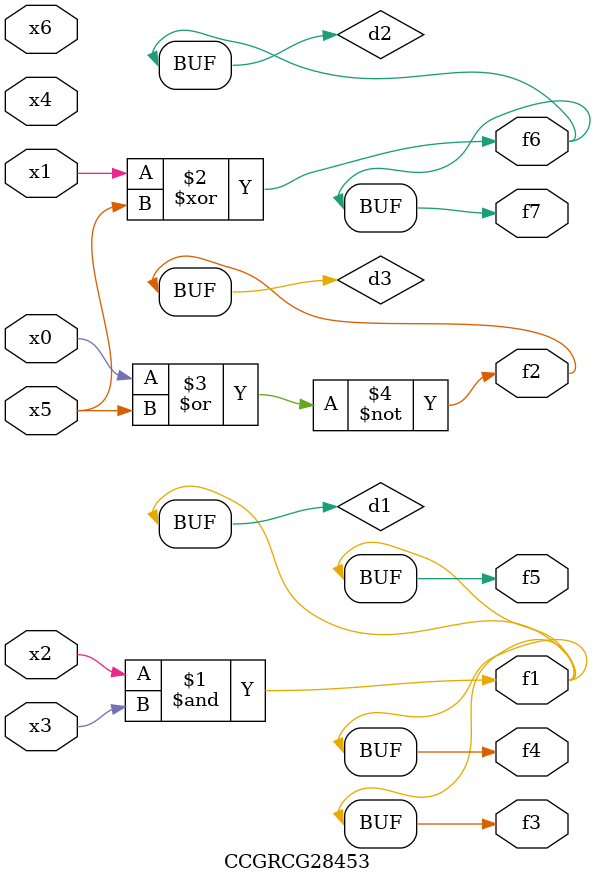
<source format=v>
module CCGRCG28453(
	input x0, x1, x2, x3, x4, x5, x6,
	output f1, f2, f3, f4, f5, f6, f7
);

	wire d1, d2, d3;

	and (d1, x2, x3);
	xor (d2, x1, x5);
	nor (d3, x0, x5);
	assign f1 = d1;
	assign f2 = d3;
	assign f3 = d1;
	assign f4 = d1;
	assign f5 = d1;
	assign f6 = d2;
	assign f7 = d2;
endmodule

</source>
